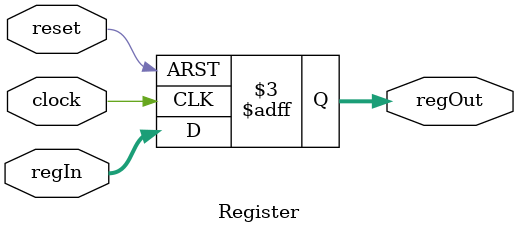
<source format=v>
module Register(
input [31:0] regIn,				//Data imput
input clock, reset,				
output reg [31:0] regOut
);
initial begin
regOut <= 0;
end
always @(posedge clock or posedge reset) begin
if (reset)
regOut <= 0;
else
regOut <= regIn;
end
endmodule 
</source>
